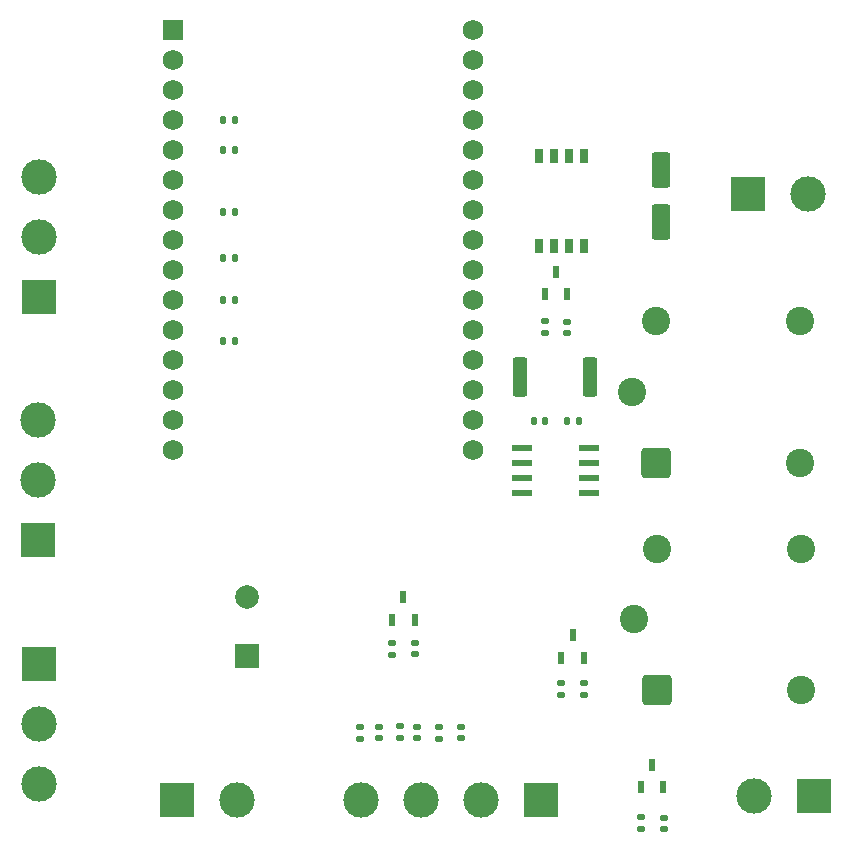
<source format=gbr>
%TF.GenerationSoftware,KiCad,Pcbnew,8.0.8*%
%TF.CreationDate,2025-03-20T21:36:52-04:00*%
%TF.ProjectId,PCB PUERTA,50434220-5055-4455-9254-412e6b696361,rev?*%
%TF.SameCoordinates,Original*%
%TF.FileFunction,Soldermask,Top*%
%TF.FilePolarity,Negative*%
%FSLAX46Y46*%
G04 Gerber Fmt 4.6, Leading zero omitted, Abs format (unit mm)*
G04 Created by KiCad (PCBNEW 8.0.8) date 2025-03-20 21:36:52*
%MOMM*%
%LPD*%
G01*
G04 APERTURE LIST*
G04 Aperture macros list*
%AMRoundRect*
0 Rectangle with rounded corners*
0 $1 Rounding radius*
0 $2 $3 $4 $5 $6 $7 $8 $9 X,Y pos of 4 corners*
0 Add a 4 corners polygon primitive as box body*
4,1,4,$2,$3,$4,$5,$6,$7,$8,$9,$2,$3,0*
0 Add four circle primitives for the rounded corners*
1,1,$1+$1,$2,$3*
1,1,$1+$1,$4,$5*
1,1,$1+$1,$6,$7*
1,1,$1+$1,$8,$9*
0 Add four rect primitives between the rounded corners*
20,1,$1+$1,$2,$3,$4,$5,0*
20,1,$1+$1,$4,$5,$6,$7,0*
20,1,$1+$1,$6,$7,$8,$9,0*
20,1,$1+$1,$8,$9,$2,$3,0*%
G04 Aperture macros list end*
%ADD10R,3.000000X3.000000*%
%ADD11C,3.000000*%
%ADD12RoundRect,0.135000X0.185000X-0.135000X0.185000X0.135000X-0.185000X0.135000X-0.185000X-0.135000X0*%
%ADD13RoundRect,0.250000X-0.550000X1.250000X-0.550000X-1.250000X0.550000X-1.250000X0.550000X1.250000X0*%
%ADD14RoundRect,0.135000X0.135000X0.185000X-0.135000X0.185000X-0.135000X-0.185000X0.135000X-0.185000X0*%
%ADD15RoundRect,0.135000X-0.185000X0.135000X-0.185000X-0.135000X0.185000X-0.135000X0.185000X0.135000X0*%
%ADD16R,0.508000X1.016000*%
%ADD17RoundRect,0.140000X-0.140000X-0.170000X0.140000X-0.170000X0.140000X0.170000X-0.140000X0.170000X0*%
%ADD18RoundRect,0.147500X-0.172500X0.147500X-0.172500X-0.147500X0.172500X-0.147500X0.172500X0.147500X0*%
%ADD19R,0.760000X1.270000*%
%ADD20R,1.663700X0.558800*%
%ADD21RoundRect,0.147500X0.172500X-0.147500X0.172500X0.147500X-0.172500X0.147500X-0.172500X-0.147500X0*%
%ADD22C,2.400000*%
%ADD23RoundRect,0.250000X1.000000X-1.000000X1.000000X1.000000X-1.000000X1.000000X-1.000000X-1.000000X0*%
%ADD24R,2.000000X2.000000*%
%ADD25C,2.000000*%
%ADD26RoundRect,0.102000X-0.765000X-0.765000X0.765000X-0.765000X0.765000X0.765000X-0.765000X0.765000X0*%
%ADD27C,1.734000*%
%ADD28RoundRect,0.250000X-0.362500X-1.425000X0.362500X-1.425000X0.362500X1.425000X-0.362500X1.425000X0*%
G04 APERTURE END LIST*
D10*
%TO.C,J7*%
X157175200Y-131318000D03*
D11*
X152095200Y-131318000D03*
%TD*%
D12*
%TO.C,R19*%
X121437400Y-119318500D03*
X121437400Y-118298500D03*
%TD*%
D13*
%TO.C,C7*%
X144246600Y-78292600D03*
X144246600Y-82692600D03*
%TD*%
D14*
%TO.C,R5*%
X108131800Y-89292400D03*
X107111800Y-89292400D03*
%TD*%
D12*
%TO.C,R11*%
X134366000Y-92115100D03*
X134366000Y-91095100D03*
%TD*%
D14*
%TO.C,R2*%
X108131800Y-85736400D03*
X107111800Y-85736400D03*
%TD*%
D15*
%TO.C,R9*%
X125450600Y-125421800D03*
X125450600Y-126441800D03*
%TD*%
D16*
%TO.C,U2*%
X134378700Y-88823800D03*
X136283700Y-88823800D03*
X135331200Y-86893400D03*
%TD*%
D17*
%TO.C,R16*%
X136273600Y-99568000D03*
X137233600Y-99568000D03*
%TD*%
D10*
%TO.C,J4*%
X103221800Y-131593600D03*
D11*
X108301800Y-131593600D03*
%TD*%
D18*
%TO.C,D10*%
X136245600Y-91145500D03*
X136245600Y-92115500D03*
%TD*%
D16*
%TO.C,U5*%
X142506700Y-130556000D03*
X144411700Y-130556000D03*
X143459200Y-128625600D03*
%TD*%
D19*
%TO.C,SW1*%
X137718800Y-77089000D03*
X136448800Y-77089000D03*
X135178800Y-77089000D03*
X133908800Y-77089000D03*
X133908800Y-84709000D03*
X135178800Y-84709000D03*
X136448800Y-84709000D03*
X137718800Y-84709000D03*
%TD*%
D20*
%TO.C,U3*%
X132480050Y-101828600D03*
X132480050Y-103098600D03*
X132480050Y-104368600D03*
X132480050Y-105638600D03*
X138131550Y-105638600D03*
X138131550Y-104368600D03*
X138131550Y-103098600D03*
X138131550Y-101828600D03*
%TD*%
D21*
%TO.C,D8*%
X123520200Y-126392800D03*
X123520200Y-125422800D03*
%TD*%
%TO.C,D7*%
X120319800Y-126415200D03*
X120319800Y-125445200D03*
%TD*%
D15*
%TO.C,R8*%
X122123200Y-125397800D03*
X122123200Y-126417800D03*
%TD*%
D14*
%TO.C,R4*%
X108157800Y-81875600D03*
X107137800Y-81875600D03*
%TD*%
D18*
%TO.C,D11*%
X137666200Y-121730300D03*
X137666200Y-122700300D03*
%TD*%
D17*
%TO.C,R15*%
X133454200Y-99568000D03*
X134414200Y-99568000D03*
%TD*%
D14*
%TO.C,R1*%
X108129800Y-76592400D03*
X107109800Y-76592400D03*
%TD*%
D22*
%TO.C,K1*%
X141761600Y-97087500D03*
X155961600Y-91087500D03*
X155961600Y-103087500D03*
D23*
X143761600Y-103087500D03*
D22*
X143761600Y-91087500D03*
%TD*%
D24*
%TO.C,BZ1*%
X109118400Y-119452400D03*
D25*
X109118400Y-114452400D03*
%TD*%
D16*
%TO.C,U4*%
X121450100Y-116382800D03*
X123355100Y-116382800D03*
X122402600Y-114452400D03*
%TD*%
%TO.C,U6*%
X135773900Y-119584100D03*
X137678900Y-119584100D03*
X136726400Y-117653700D03*
%TD*%
D26*
%TO.C,U1*%
X102920800Y-66432400D03*
D27*
X102920800Y-68972400D03*
X102920800Y-71512400D03*
X102920800Y-74052400D03*
X102920800Y-76592400D03*
X102920800Y-79132400D03*
X102920800Y-81672400D03*
X102920800Y-84212400D03*
X102920800Y-86752400D03*
X102920800Y-89292400D03*
X102920800Y-91832400D03*
X102920800Y-94372400D03*
X102920800Y-96912400D03*
X102920800Y-99452400D03*
X102920800Y-101992400D03*
X128320800Y-101992400D03*
X128320800Y-99452400D03*
X128320800Y-96912400D03*
X128320800Y-94372400D03*
X128320800Y-91832400D03*
X128320800Y-89292400D03*
X128320800Y-86752400D03*
X128320800Y-84212400D03*
X128320800Y-81672400D03*
X128320800Y-79132400D03*
X128320800Y-76592400D03*
X128320800Y-74052400D03*
X128320800Y-71512400D03*
X128320800Y-68972400D03*
X128320800Y-66432400D03*
%TD*%
D14*
%TO.C,R6*%
X108129800Y-74052400D03*
X107109800Y-74052400D03*
%TD*%
D28*
%TO.C,R17*%
X132241700Y-95834200D03*
X138166700Y-95834200D03*
%TD*%
D18*
%TO.C,D13*%
X144449800Y-133131700D03*
X144449800Y-134101700D03*
%TD*%
%TO.C,D12*%
X123342400Y-118314000D03*
X123342400Y-119284000D03*
%TD*%
D12*
%TO.C,R18*%
X135761200Y-122709400D03*
X135761200Y-121689400D03*
%TD*%
%TO.C,R20*%
X142494000Y-134101300D03*
X142494000Y-133081300D03*
%TD*%
D15*
%TO.C,R7*%
X118745000Y-125446600D03*
X118745000Y-126466600D03*
%TD*%
D14*
%TO.C,R3*%
X108129800Y-92772200D03*
X107109800Y-92772200D03*
%TD*%
D10*
%TO.C,J5*%
X134032000Y-131593600D03*
D11*
X128952000Y-131593600D03*
X123872000Y-131593600D03*
X118792000Y-131593600D03*
%TD*%
D10*
%TO.C,J6*%
X151587200Y-80340200D03*
D11*
X156667200Y-80340200D03*
%TD*%
D22*
%TO.C,K2*%
X141891000Y-116337600D03*
X156091000Y-110337600D03*
X156091000Y-122337600D03*
D23*
X143891000Y-122337600D03*
D22*
X143891000Y-110337600D03*
%TD*%
D10*
%TO.C,J1*%
X91520000Y-89001600D03*
D11*
X91520000Y-83921600D03*
X91520000Y-78841600D03*
%TD*%
D10*
%TO.C,J2*%
X91465400Y-109648000D03*
D11*
X91465400Y-104568000D03*
X91465400Y-99488000D03*
%TD*%
D21*
%TO.C,D9*%
X127254000Y-126390400D03*
X127254000Y-125420400D03*
%TD*%
D10*
%TO.C,J3*%
X91520000Y-120138200D03*
D11*
X91520000Y-125218200D03*
X91520000Y-130298200D03*
%TD*%
M02*

</source>
